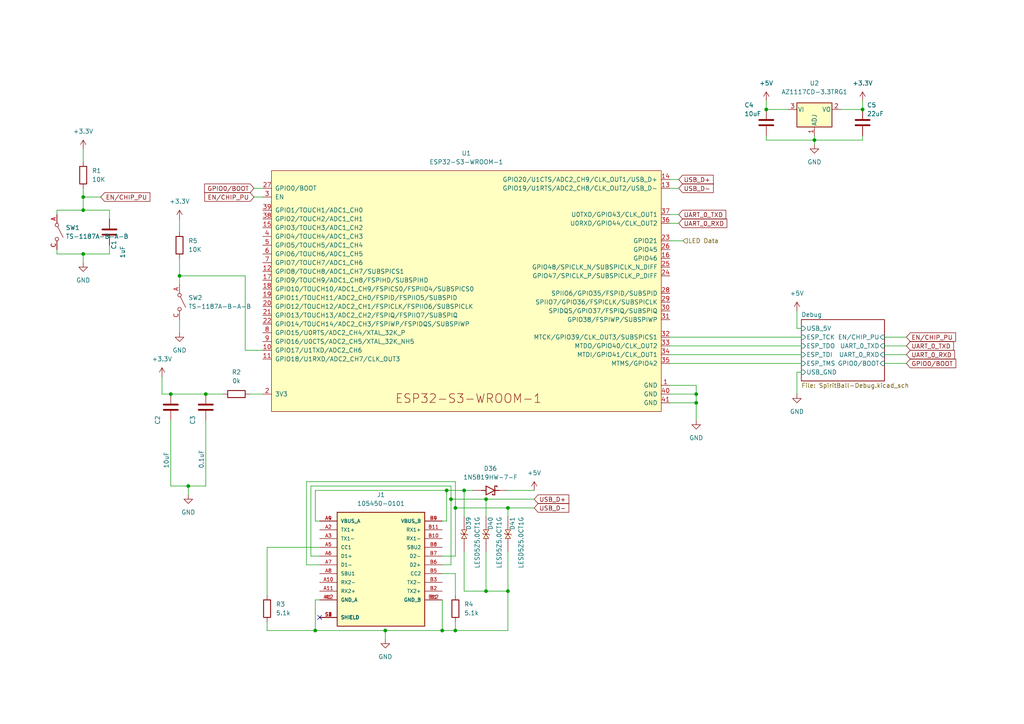
<source format=kicad_sch>
(kicad_sch (version 20211123) (generator eeschema)
  (paper "A4")
  (lib_symbols
    (symbol "Device:C" (pin_numbers hide) (pin_names (offset 0.254))
      (property "Reference" "C" (at 0.635 2.54 0))
      (property "Value" "C" (at 0.635 -2.54 0))
      (symbol "C_0_1"
        (polyline (pts (xy -2.032 -0.762) (xy 2.032 -0.762)) (stroke (width 0.508)))
        (polyline (pts (xy -2.032 0.762) (xy 2.032 0.762)) (stroke (width 0.508)))
      )
      (symbol "C_1_1"
        (pin passive line (at 0 3.81 270) (length 2.794) (name "~") (number "1"))
        (pin passive line (at 0 -3.81 90) (length 2.794) (name "~") (number "2"))
      )
    )
    (symbol "Device:R" (pin_numbers hide) (pin_names (offset 0))
      (property "Reference" "R" (at 2.032 0 90))
      (property "Value" "R" (at 0 0 90))
      (symbol "R_0_1"
        (rectangle (start -1.016 -2.54) (end 1.016 2.54) (stroke (width 0.254)))
      )
      (symbol "R_1_1"
        (pin passive line (at 0 3.81 270) (length 1.27) (name "~") (number "1"))
        (pin passive line (at 0 -3.81 90) (length 1.27) (name "~") (number "2"))
      )
    )
    (symbol "MCU_Espressif_github:ESP32-S3-WROOM-1" (pin_names (offset 1.016))
      (property "Reference" "U" (at 0 35.56 0))
      (property "Value" "ESP32-S3-WROOM-1" (at 0 -36.83 0))
      (symbol "ESP32-S3-WROOM-1_0_0"
        (rectangle (start -57.15 34.29) (end 55.88 -35.56) (fill (type background)))
        (text "ESP32-S3-WROOM-1" (at 0 -31.75 0) (effects (font (size 2.54 2.54))))
        (pin power_in line (at 58.42 -27.94 180) (length 2.54) (name "GND") (number "1"))
        (pin bidirectional line (at -59.69 -17.78 0) (length 2.54) (name "GPIO17/U1TXD/ADC2_CH6") (number "10"))
        (pin bidirectional line (at -59.69 -20.32 0) (length 2.54) (name "GPIO18/U1RXD/ADC2_CH7/CLK_OUT3") (number "11"))
        (pin bidirectional line (at -59.69 5.08 0) (length 2.54) (name "GPIO8/TOUCH8/ADC1_CH7/SUBSPICS1") (number "12"))
        (pin bidirectional line (at 58.42 29.21 180) (length 2.54) (name "GPIO19/U1RTS/ADC2_CH8/CLK_OUT2/USB_D-") (number "13"))
        (pin bidirectional line (at 58.42 31.75 180) (length 2.54) (name "GPIO20/U1CTS/ADC2_CH9/CLK_OUT1/USB_D+") (number "14"))
        (pin bidirectional line (at -59.69 17.78 0) (length 2.54) (name "GPIO3/TOUCH3/ADC1_CH2") (number "15"))
        (pin bidirectional line (at 58.42 8.89 180) (length 2.54) (name "GPIO46") (number "16"))
        (pin bidirectional line (at -59.69 2.54 0) (length 2.54) (name "GPIO9/TOUCH9/ADC1_CH8/FSPIHD/SUBSPIHD") (number "17"))
        (pin bidirectional line (at -59.69 0 0) (length 2.54) (name "GPIO10/TOUCH10/ADC1_CH9/FSPICS0/FSPIIO4/SUBSPICS0") (number "18"))
        (pin bidirectional line (at -59.69 -2.54 0) (length 2.54) (name "GPIO11/TOUCH11/ADC2_CH0/FSPID/FSPIIO5/SUBSPID") (number "19"))
        (pin power_in line (at -59.69 -30.48 0) (length 2.54) (name "3V3") (number "2"))
        (pin bidirectional line (at -59.69 -5.08 0) (length 2.54) (name "GPIO12/TOUCH12/ADC2_CH1/FSPICLK/FSPIIO6/SUBSPICLK") (number "20"))
        (pin bidirectional line (at -59.69 -7.62 0) (length 2.54) (name "GPIO13/TOUCH13/ADC2_CH2/FSPIQ/FSPIIO7/SUBSPIQ") (number "21"))
        (pin bidirectional line (at -59.69 -10.16 0) (length 2.54) (name "GPIO14/TOUCH14/ADC2_CH3/FSPIWP/FSPIDQS/SUBSPIWP") (number "22"))
        (pin bidirectional line (at 58.42 13.97 180) (length 2.54) (name "GPIO21") (number "23"))
        (pin bidirectional line (at 58.42 3.81 180) (length 2.54) (name "GPIO47/SPICLK_P/SUBSPICLK_P_DIFF") (number "24"))
        (pin bidirectional line (at 58.42 6.35 180) (length 2.54) (name "GPIO48/SPICLK_N/SUBSPICLK_N_DIFF") (number "25"))
        (pin bidirectional line (at 58.42 11.43 180) (length 2.54) (name "GPIO45") (number "26"))
        (pin bidirectional line (at -59.69 29.21 0) (length 2.54) (name "GPIO0/BOOT") (number "27"))
        (pin bidirectional line (at 58.42 -1.27 180) (length 2.54) (name "SPIIO6/GPIO35/FSPID/SUBSPID") (number "28"))
        (pin bidirectional line (at 58.42 -3.81 180) (length 2.54) (name "SPIIO7/GPIO36/FSPICLK/SUBSPICLK") (number "29"))
        (pin input line (at -59.69 26.67 0) (length 2.54) (name "EN") (number "3"))
        (pin bidirectional line (at 58.42 -6.35 180) (length 2.54) (name "SPIDQS/GPIO37/FSPIQ/SUBSPIQ") (number "30"))
        (pin bidirectional line (at 58.42 -8.89 180) (length 2.54) (name "GPIO38/FSPIWP/SUBSPIWP") (number "31"))
        (pin bidirectional line (at 58.42 -13.97 180) (length 2.54) (name "MTCK/GPIO39/CLK_OUT3/SUBSPICS1") (number "32"))
        (pin bidirectional line (at 58.42 -16.51 180) (length 2.54) (name "MTDO/GPIO40/CLK_OUT2") (number "33"))
        (pin bidirectional line (at 58.42 -19.05 180) (length 2.54) (name "MTDI/GPIO41/CLK_OUT1") (number "34"))
        (pin bidirectional line (at 58.42 -21.59 180) (length 2.54) (name "MTMS/GPIO42") (number "35"))
        (pin bidirectional line (at 58.42 19.05 180) (length 2.54) (name "U0RXD/GPIO44/CLK_OUT2") (number "36"))
        (pin bidirectional line (at 58.42 21.59 180) (length 2.54) (name "U0TXD/GPIO43/CLK_OUT1") (number "37"))
        (pin bidirectional line (at -59.69 20.32 0) (length 2.54) (name "GPIO2/TOUCH2/ADC1_CH1") (number "38"))
        (pin bidirectional line (at -59.69 22.86 0) (length 2.54) (name "GPIO1/TOUCH1/ADC1_CH0") (number "39"))
        (pin bidirectional line (at -59.69 15.24 0) (length 2.54) (name "GPIO4/TOUCH4/ADC1_CH3") (number "4"))
        (pin power_in line (at 58.42 -30.48 180) (length 2.54) (name "GND") (number "40"))
        (pin power_in line (at 58.42 -33.02 180) (length 2.54) (name "GND") (number "41"))
        (pin bidirectional line (at -59.69 12.7 0) (length 2.54) (name "GPIO5/TOUCH5/ADC1_CH4") (number "5"))
        (pin bidirectional line (at -59.69 10.16 0) (length 2.54) (name "GPIO6/TOUCH6/ADC1_CH5") (number "6"))
        (pin bidirectional line (at -59.69 7.62 0) (length 2.54) (name "GPIO7/TOUCH7/ADC1_CH6") (number "7"))
        (pin bidirectional line (at -59.69 -12.7 0) (length 2.54) (name "GPIO15/U0RTS/ADC2_CH4/XTAL_32K_P") (number "8"))
        (pin bidirectional line (at -59.69 -15.24 0) (length 2.54) (name "GPIO16/U0CTS/ADC2_CH5/XTAL_32K_NH5") (number "9"))
      )
    )
    (symbol "MyParts:105450-0101" (pin_names (offset 1.016))
      (property "Reference" "J" (at -12.7 16.002 0))
      (property "Value" "105450-0101" (at -12.7 -18.542 0))
      (symbol "105450-0101_0_0"
        (rectangle (start -12.7 -17.78) (end 12.7 15.24) (stroke (width 0.254)) (fill (type background)))
        (pin power_in line (at -17.78 -10.16 0) (length 5.08) (name "GND_A") (number "A1"))
        (pin bidirectional line (at -17.78 -5.08 0) (length 5.08) (name "RX2-") (number "A10"))
        (pin bidirectional line (at -17.78 -7.62 0) (length 5.08) (name "RX2+") (number "A11"))
        (pin power_in line (at -17.78 -10.16 0) (length 5.08) (name "GND_A") (number "A12"))
        (pin bidirectional line (at -17.78 10.16 0) (length 5.08) (name "TX1+") (number "A2"))
        (pin bidirectional line (at -17.78 7.62 0) (length 5.08) (name "TX1-") (number "A3"))
        (pin power_in line (at -17.78 12.7 0) (length 5.08) (name "VBUS_A") (number "A4"))
        (pin bidirectional line (at -17.78 5.08 0) (length 5.08) (name "CC1") (number "A5"))
        (pin bidirectional line (at -17.78 2.54 0) (length 5.08) (name "D1+") (number "A6"))
        (pin bidirectional line (at -17.78 0 0) (length 5.08) (name "D1-") (number "A7"))
        (pin bidirectional line (at -17.78 -2.54 0) (length 5.08) (name "SBU1") (number "A8"))
        (pin power_in line (at -17.78 12.7 0) (length 5.08) (name "VBUS_A") (number "A9"))
        (pin power_in line (at 17.78 -10.16 180) (length 5.08) (name "GND_B") (number "B1"))
        (pin bidirectional line (at 17.78 7.62 180) (length 5.08) (name "RX1-") (number "B10"))
        (pin bidirectional line (at 17.78 10.16 180) (length 5.08) (name "RX1+") (number "B11"))
        (pin power_in line (at 17.78 -10.16 180) (length 5.08) (name "GND_B") (number "B12"))
        (pin bidirectional line (at 17.78 -7.62 180) (length 5.08) (name "TX2+") (number "B2"))
        (pin bidirectional line (at 17.78 -5.08 180) (length 5.08) (name "TX2-") (number "B3"))
        (pin power_in line (at 17.78 12.7 180) (length 5.08) (name "VBUS_B") (number "B4"))
        (pin bidirectional line (at 17.78 -2.54 180) (length 5.08) (name "CC2") (number "B5"))
        (pin bidirectional line (at 17.78 0 180) (length 5.08) (name "D2+") (number "B6"))
        (pin bidirectional line (at 17.78 2.54 180) (length 5.08) (name "D2-") (number "B7"))
        (pin bidirectional line (at 17.78 5.08 180) (length 5.08) (name "SBU2") (number "B8"))
        (pin power_in line (at 17.78 12.7 180) (length 5.08) (name "VBUS_B") (number "B9"))
        (pin passive line (at -17.78 -15.24 0) (length 5.08) (name "SHIELD") (number "S1"))
        (pin passive line (at -17.78 -15.24 0) (length 5.08) (name "SHIELD") (number "S2"))
        (pin passive line (at -17.78 -15.24 0) (length 5.08) (name "SHIELD") (number "S3"))
        (pin passive line (at -17.78 -15.24 0) (length 5.08) (name "SHIELD") (number "S4"))
      )
    )
    (symbol "MyParts:1N5819HW-7-F" (pin_numbers hide) (pin_names (offset 1.016) hide)
      (property "Reference" "D" (at -5.08 2.54 0))
      (property "Value" "1N5819HW-7-F" (at -5.08 -3.81 0))
      (symbol "1N5819HW-7-F_0_0"
        (polyline (pts (xy -2.54 0) (xy -1.27 0)) (stroke (width 0.254)))
        (polyline (pts (xy -1.27 -1.27) (xy 1.27 0)) (stroke (width 0.254)))
        (polyline (pts (xy -1.27 0) (xy -1.27 -1.27)) (stroke (width 0.254)))
        (polyline (pts (xy -1.27 1.27) (xy -1.27 0)) (stroke (width 0.254)))
        (polyline (pts (xy 0.635 -1.016) (xy 0.635 -1.27)) (stroke (width 0.254)))
        (polyline (pts (xy 1.27 -1.27) (xy 0.635 -1.27)) (stroke (width 0.254)))
        (polyline (pts (xy 1.27 0) (xy -1.27 1.27)) (stroke (width 0.254)))
        (polyline (pts (xy 1.27 0) (xy 1.27 -1.27)) (stroke (width 0.254)))
        (polyline (pts (xy 1.27 1.27) (xy 1.27 0)) (stroke (width 0.254)))
        (polyline (pts (xy 1.905 1.27) (xy 1.27 1.27)) (stroke (width 0.254)))
        (polyline (pts (xy 1.905 1.27) (xy 1.905 1.016)) (stroke (width 0.254)))
        (polyline (pts (xy 2.54 0) (xy 1.27 0)) (stroke (width 0.254)))
        (pin passive line (at 5.08 0 180) (length 2.54) (name "~") (number "1"))
        (pin passive line (at -5.08 0 0) (length 2.54) (name "~") (number "2"))
      )
    )
    (symbol "MyParts:AZ1117CD-3.3TRG1" (pin_names (offset 0.254))
      (property "Reference" "U" (at -3.81 3.175 0))
      (property "Value" "AZ1117CD-3.3TRG1" (at 0 3.175 0))
      (symbol "AZ1117CD-3.3TRG1_0_1"
        (rectangle (start -5.08 1.905) (end 5.08 -5.08) (stroke (width 0.254)) (fill (type background)))
      )
      (symbol "AZ1117CD-3.3TRG1_1_1"
        (pin input line (at 0 -7.62 90) (length 2.54) (name "ADJ") (number "1"))
        (pin power_out line (at 7.62 0 180) (length 2.54) (name "VO") (number "2"))
        (pin power_in line (at -7.62 0 0) (length 2.54) (name "VI") (number "3"))
      )
    )
    (symbol "MyParts:LESD5Z5.0CT1G" (pin_numbers hide) (pin_names (offset 1.016) hide)
      (property "Reference" "D" (at -5.08 2.54 0))
      (property "Value" "LESD5Z5.0CT1G" (at -5.08 -5.08 0))
      (symbol "LESD5Z5.0CT1G_0_0"
        (polyline (pts (xy -1.27 0) (xy -2.54 0)) (stroke (width 0.1524)))
        (polyline (pts (xy 0 -0.762) (xy -0.254 -1.016)) (stroke (width 0.1524)))
        (polyline (pts (xy 0 -0.762) (xy 0 0.762)) (stroke (width 0.1524)))
        (polyline (pts (xy 0 0.762) (xy 0.254 1.016)) (stroke (width 0.1524)))
        (polyline (pts (xy 1.27 0) (xy 2.54 0)) (stroke (width 0.1524)))
        (polyline (pts (xy 0 0) (xy -1.27 -0.762) (xy -1.27 0.762) (xy 0 0)) (stroke (width 0.1524)) (fill (type background)))
        (polyline (pts (xy 0 0) (xy 1.27 0.762) (xy 1.27 -0.762) (xy 0 0)) (stroke (width 0.1524)) (fill (type background)))
        (pin passive line (at -5.08 0 0) (length 2.54) (name "~") (number "1"))
        (pin passive line (at 5.08 0 180) (length 2.54) (name "~") (number "2"))
      )
    )
    (symbol "TS-1187A-B-A-B_1" (pin_names (offset 0) hide)
      (property "Reference" "SW" (at 0 3.175 0))
      (property "Value" "TS-1187A-B-A-B_1" (at 0 -2.54 0))
      (symbol "TS-1187A-B-A-B_1_0_0"
        (circle (center -2.032 0) (radius 0.508))
        (polyline (pts (xy -1.524 0.254) (xy 1.524 1.778)))
        (circle (center 2.032 0) (radius 0.508))
      )
      (symbol "TS-1187A-B-A-B_1_1_1"
        (pin passive line (at -5.08 0 0) (length 2.54) (name "A") (number "A"))
        (pin passive line (at -5.08 0 0) (length 2.54) hide (name "B") (number "B"))
        (pin passive line (at 5.08 0 180) (length 2.54) (name "C") (number "C"))
        (pin passive line (at 5.08 0 180) (length 2.54) hide (name "D") (number "D"))
      )
    )
    (symbol "power:+3.3V" (power) (pin_names (offset 0))
      (property "Value" "+3.3V" (at 0 3.556 0))
      (symbol "+3.3V_0_1"
        (polyline (pts (xy -0.762 1.27) (xy 0 2.54)))
        (polyline (pts (xy 0 0) (xy 0 2.54)))
        (polyline (pts (xy 0 2.54) (xy 0.762 1.27)))
      )
      (symbol "+3.3V_1_1"
        (pin power_in line (at 0 0 90) (length 0) hide (name "+3.3V") (number "1"))
      )
    )
    (symbol "power:+5V" (power) (pin_names (offset 0))
      (property "Value" "+5V" (at 0 3.556 0))
      (symbol "+5V_0_1"
        (polyline (pts (xy -0.762 1.27) (xy 0 2.54)))
        (polyline (pts (xy 0 0) (xy 0 2.54)))
        (polyline (pts (xy 0 2.54) (xy 0.762 1.27)))
      )
      (symbol "+5V_1_1"
        (pin power_in line (at 0 0 90) (length 0) hide (name "+5V") (number "1"))
      )
    )
    (symbol "power:GND" (power) (pin_names (offset 0))
      (property "Value" "GND" (at 0 -3.81 0))
      (symbol "GND_0_1"
        (polyline (pts (xy 0 0) (xy 0 -1.27) (xy 1.27 -1.27) (xy 0 -2.54) (xy -1.27 -1.27) (xy 0 -1.27)))
      )
      (symbol "GND_1_1"
        (pin power_in line (at 0 0 270) (length 0) hide (name "GND") (number "1"))
      )
    )
  )
  (junction (at 59.69 114.3))
  (junction (at 49.53 114.3))
  (junction (at 222.25 31.75))
  (junction (at 250.19 31.75))
  (junction (at 140.97 144.78))
  (junction (at 132.08 182.88))
  (junction (at 129.54 142.24))
  (junction (at 132.08 147.32))
  (junction (at 201.93 114.3))
  (junction (at 147.32 171.45))
  (junction (at 147.32 147.32))
  (junction (at 24.13 73.66))
  (junction (at 134.62 142.24))
  (junction (at 52.07 80.01))
  (junction (at 201.93 116.84))
  (junction (at 24.13 57.15))
  (junction (at 130.81 144.78))
  (junction (at 140.97 171.45))
  (junction (at 111.76 182.88))
  (junction (at 236.22 40.64))
  (junction (at 24.13 60.96))
  (junction (at 54.61 140.97))
  (junction (at 91.44 182.88))
  (junction (at 128.27 182.88))
  (no_connect (at 92.71 179.07))
  (wire (pts (xy 194.31 111.76) (xy 201.93 111.76)))
  (wire (pts (xy 201.93 116.84) (xy 201.93 121.92)))
  (wire (pts (xy 140.97 160.02) (xy 140.97 171.45)))
  (wire (pts (xy 194.31 62.23) (xy 196.85 62.23)))
  (wire (pts (xy 77.47 180.34) (xy 77.47 182.88)))
  (wire (pts (xy 31.75 60.96) (xy 31.75 63.5)))
  (wire (pts (xy 16.51 73.66) (xy 24.13 73.66)))
  (wire (pts (xy 231.14 95.25) (xy 232.41 95.25)))
  (wire (pts (xy 90.17 161.29) (xy 90.17 140.97)))
  (wire (pts (xy 49.53 114.3) (xy 59.69 114.3)))
  (wire (pts (xy 140.97 171.45) (xy 147.32 171.45)))
  (wire (pts (xy 201.93 114.3) (xy 201.93 116.84)))
  (wire (pts (xy 54.61 140.97) (xy 54.61 143.51)))
  (wire (pts (xy 132.08 180.34) (xy 132.08 182.88)))
  (wire (pts (xy 16.51 60.96) (xy 24.13 60.96)))
  (wire (pts (xy 49.53 121.92) (xy 49.53 140.97)))
  (wire (pts (xy 52.07 92.71) (xy 52.07 96.52)))
  (wire (pts (xy 231.14 107.95) (xy 232.41 107.95)))
  (wire (pts (xy 130.81 163.83) (xy 128.27 163.83)))
  (wire (pts (xy 132.08 161.29) (xy 128.27 161.29)))
  (wire (pts (xy 92.71 158.75) (xy 77.47 158.75)))
  (wire (pts (xy 77.47 158.75) (xy 77.47 172.72)))
  (wire (pts (xy 130.81 144.78) (xy 140.97 144.78)))
  (wire (pts (xy 132.08 182.88) (xy 147.32 182.88)))
  (wire (pts (xy 134.62 160.02) (xy 134.62 171.45)))
  (wire (pts (xy 52.07 63.5) (xy 52.07 67.31)))
  (wire (pts (xy 134.62 142.24) (xy 137.16 142.24)))
  (wire (pts (xy 90.17 140.97) (xy 130.81 140.97)))
  (wire (pts (xy 222.25 29.21) (xy 222.25 31.75)))
  (wire (pts (xy 52.07 80.01) (xy 71.12 80.01)))
  (wire (pts (xy 132.08 147.32) (xy 132.08 161.29)))
  (wire (pts (xy 92.71 163.83) (xy 88.9 163.83)))
  (wire (pts (xy 231.14 90.17) (xy 231.14 95.25)))
  (wire (pts (xy 111.76 182.88) (xy 91.44 182.88)))
  (wire (pts (xy 134.62 142.24) (xy 134.62 149.86)))
  (wire (pts (xy 132.08 147.32) (xy 147.32 147.32)))
  (wire (pts (xy 24.13 57.15) (xy 29.21 57.15)))
  (wire (pts (xy 140.97 144.78) (xy 140.97 149.86)))
  (wire (pts (xy 147.32 147.32) (xy 154.94 147.32)))
  (wire (pts (xy 250.19 31.75) (xy 243.84 31.75)))
  (wire (pts (xy 24.13 57.15) (xy 24.13 60.96)))
  (wire (pts (xy 73.66 57.15) (xy 76.2 57.15)))
  (wire (pts (xy 250.19 39.37) (xy 250.19 40.64)))
  (wire (pts (xy 194.31 54.61) (xy 196.85 54.61)))
  (wire (pts (xy 222.25 40.64) (xy 236.22 40.64)))
  (wire (pts (xy 24.13 43.18) (xy 24.13 46.99)))
  (wire (pts (xy 147.32 171.45) (xy 147.32 160.02)))
  (wire (pts (xy 46.99 114.3) (xy 46.99 109.22)))
  (wire (pts (xy 132.08 139.7) (xy 132.08 147.32)))
  (wire (pts (xy 147.32 142.24) (xy 154.94 142.24)))
  (wire (pts (xy 194.31 116.84) (xy 201.93 116.84)))
  (wire (pts (xy 49.53 114.3) (xy 46.99 114.3)))
  (wire (pts (xy 130.81 140.97) (xy 130.81 144.78)))
  (wire (pts (xy 31.75 73.66) (xy 24.13 73.66)))
  (wire (pts (xy 222.25 39.37) (xy 222.25 40.64)))
  (wire (pts (xy 194.31 52.07) (xy 196.85 52.07)))
  (wire (pts (xy 140.97 144.78) (xy 154.94 144.78)))
  (wire (pts (xy 231.14 107.95) (xy 231.14 114.3)))
  (wire (pts (xy 91.44 151.13) (xy 91.44 142.24)))
  (wire (pts (xy 71.12 80.01) (xy 71.12 101.6)))
  (wire (pts (xy 91.44 151.13) (xy 92.71 151.13)))
  (wire (pts (xy 194.31 114.3) (xy 201.93 114.3)))
  (wire (pts (xy 92.71 161.29) (xy 90.17 161.29)))
  (wire (pts (xy 91.44 142.24) (xy 129.54 142.24)))
  (wire (pts (xy 52.07 74.93) (xy 52.07 80.01)))
  (wire (pts (xy 71.12 101.6) (xy 76.2 101.6)))
  (wire (pts (xy 236.22 39.37) (xy 236.22 40.64)))
  (wire (pts (xy 130.81 144.78) (xy 130.81 163.83)))
  (wire (pts (xy 52.07 80.01) (xy 52.07 82.55)))
  (wire (pts (xy 128.27 166.37) (xy 132.08 166.37)))
  (wire (pts (xy 16.51 72.39) (xy 16.51 73.66)))
  (wire (pts (xy 250.19 29.21) (xy 250.19 31.75)))
  (wire (pts (xy 201.93 111.76) (xy 201.93 114.3)))
  (wire (pts (xy 132.08 166.37) (xy 132.08 172.72)))
  (wire (pts (xy 236.22 40.64) (xy 236.22 41.91)))
  (wire (pts (xy 88.9 139.7) (xy 132.08 139.7)))
  (wire (pts (xy 134.62 171.45) (xy 140.97 171.45)))
  (wire (pts (xy 194.31 97.79) (xy 232.41 97.79)))
  (wire (pts (xy 256.54 105.41) (xy 262.89 105.41)))
  (wire (pts (xy 88.9 163.83) (xy 88.9 139.7)))
  (wire (pts (xy 128.27 182.88) (xy 111.76 182.88)))
  (wire (pts (xy 222.25 31.75) (xy 228.6 31.75)))
  (wire (pts (xy 194.31 69.85) (xy 198.12 69.85)))
  (wire (pts (xy 24.13 73.66) (xy 24.13 76.2)))
  (wire (pts (xy 91.44 173.99) (xy 91.44 182.88)))
  (wire (pts (xy 256.54 97.79) (xy 262.89 97.79)))
  (wire (pts (xy 77.47 182.88) (xy 91.44 182.88)))
  (wire (pts (xy 129.54 151.13) (xy 128.27 151.13)))
  (wire (pts (xy 250.19 40.64) (xy 236.22 40.64)))
  (wire (pts (xy 129.54 142.24) (xy 129.54 151.13)))
  (wire (pts (xy 54.61 140.97) (xy 59.69 140.97)))
  (wire (pts (xy 194.31 105.41) (xy 232.41 105.41)))
  (wire (pts (xy 256.54 102.87) (xy 262.89 102.87)))
  (wire (pts (xy 129.54 142.24) (xy 134.62 142.24)))
  (wire (pts (xy 72.39 114.3) (xy 76.2 114.3)))
  (wire (pts (xy 147.32 147.32) (xy 147.32 149.86)))
  (wire (pts (xy 16.51 60.96) (xy 16.51 62.23)))
  (wire (pts (xy 49.53 140.97) (xy 54.61 140.97)))
  (wire (pts (xy 194.31 100.33) (xy 232.41 100.33)))
  (wire (pts (xy 73.66 54.61) (xy 76.2 54.61)))
  (wire (pts (xy 194.31 102.87) (xy 232.41 102.87)))
  (wire (pts (xy 59.69 114.3) (xy 64.77 114.3)))
  (wire (pts (xy 132.08 182.88) (xy 128.27 182.88)))
  (wire (pts (xy 59.69 140.97) (xy 59.69 121.92)))
  (wire (pts (xy 147.32 182.88) (xy 147.32 171.45)))
  (wire (pts (xy 92.71 173.99) (xy 91.44 173.99)))
  (wire (pts (xy 256.54 100.33) (xy 262.89 100.33)))
  (wire (pts (xy 128.27 173.99) (xy 128.27 182.88)))
  (wire (pts (xy 111.76 182.88) (xy 111.76 185.42)))
  (wire (pts (xy 194.31 64.77) (xy 196.85 64.77)))
  (wire (pts (xy 24.13 54.61) (xy 24.13 57.15)))
  (wire (pts (xy 24.13 60.96) (xy 31.75 60.96)))
  (wire (pts (xy 31.75 71.12) (xy 31.75 73.66)))
  (global_label "UART_0_TXD" (shape input) (at 196.85 62.23 0) (property "Intersheet References" "${INTERSHEET_REFS}" (effects hide)))
  (global_label "EN{slash}CHIP_PU" (shape input) (at 29.21 57.15 0) (property "Intersheet References" "${INTERSHEET_REFS}" (effects hide)))
  (global_label "GPIO0{slash}BOOT" (shape input) (at 73.66 54.61 180) (property "Intersheet References" "${INTERSHEET_REFS}" (effects hide)))
  (global_label "USB_D+" (shape input) (at 154.94 144.78 0) (property "Intersheet References" "${INTERSHEET_REFS}" (effects hide)))
  (global_label "EN{slash}CHIP_PU" (shape input) (at 73.66 57.15 180) (property "Intersheet References" "${INTERSHEET_REFS}" (effects hide)))
  (global_label "USB_D+" (shape input) (at 196.85 52.07 0) (property "Intersheet References" "${INTERSHEET_REFS}" (effects hide)))
  (global_label "USB_D-" (shape input) (at 154.94 147.32 0) (property "Intersheet References" "${INTERSHEET_REFS}" (effects hide)))
  (global_label "UART_0_RXD" (shape input) (at 262.89 102.87 0) (property "Intersheet References" "${INTERSHEET_REFS}" (effects hide)))
  (global_label "GPIO0{slash}BOOT" (shape input) (at 262.89 105.41 0) (property "Intersheet References" "${INTERSHEET_REFS}" (effects hide)))
  (global_label "UART_0_RXD" (shape input) (at 196.85 64.77 0) (property "Intersheet References" "${INTERSHEET_REFS}" (effects hide)))
  (global_label "UART_0_TXD" (shape input) (at 262.89 100.33 0) (property "Intersheet References" "${INTERSHEET_REFS}" (effects hide)))
  (global_label "USB_D-" (shape input) (at 196.85 54.61 0) (property "Intersheet References" "${INTERSHEET_REFS}" (effects hide)))
  (global_label "EN{slash}CHIP_PU" (shape input) (at 262.89 97.79 0) (property "Intersheet References" "${INTERSHEET_REFS}" (effects hide)))
  (hierarchical_label "LED Data" (shape input) (at 198.12 69.85 0))
  (symbol (lib_id "Device:R") (at 24.13 50.8 180) (unit 1)
    (property "Reference" "R1" (at 26.67 49.5299 0) (effects (justify right)))
    (property "Value" "10K" (at 26.67 52.0699 0) (effects (justify right)))
    (property "Footprint" "Resistor_SMD:R_0402_1005Metric" (effects hide))
  )
  (symbol (lib_id "power:+3.3V") (at 46.99 109.22 0) (unit 1)
    (property "Reference" "#PWR03" (effects hide))
    (property "Value" "+3.3V" (at 46.99 104.14 0))
  )
  (symbol (lib_id "Device:R") (at 132.08 176.53 180) (unit 1)
    (property "Reference" "R4" (at 134.62 175.2599 0) (effects (justify right)))
    (property "Value" "5.1k" (at 134.62 177.7999 0) (effects (justify right)))
    (property "Footprint" "Resistor_SMD:R_0402_1005Metric" (effects hide))
  )
  (symbol (lib_id "power:GND") (at 231.14 114.3 0) (unit 1)
    (property "Reference" "#PWR012" (effects hide))
    (property "Value" "GND" (at 231.14 119.38 0))
  )
  (symbol (lib_id "power:GND") (at 52.07 96.52 0) (unit 1)
    (property "Reference" "#PWR016" (effects hide))
    (property "Value" "GND" (at 52.07 101.6 0))
  )
  (symbol (lib_id "power:GND") (at 24.13 76.2 0) (unit 1)
    (property "Reference" "#PWR05" (effects hide))
    (property "Value" "GND" (at 24.13 81.28 0))
  )
  (symbol (lib_id "power:+5V") (at 222.25 29.21 0) (unit 1)
    (property "Reference" "#PWR010" (effects hide))
    (property "Value" "+5V" (at 222.25 24.13 0))
  )
  (symbol (lib_id "power:+3.3V") (at 24.13 43.18 0) (unit 1)
    (property "Reference" "#PWR04" (effects hide))
    (property "Value" "+3.3V" (at 24.13 38.1 0))
  )
  (symbol (lib_id "power:+3.3V") (at 52.07 63.5 0) (unit 1)
    (property "Reference" "#PWR015" (effects hide))
    (property "Value" "+3.3V" (at 52.07 58.42 0))
  )
  (symbol (lib_id "Device:C") (at 59.69 118.11 0) (unit 1)
    (property "Reference" "C3" (at 55.88 123.19 90) (effects (justify left)))
    (property "Value" "0.1uF" (at 58.42 135.89 90) (effects (justify left)))
    (property "Footprint" "Capacitor_SMD:C_0402_1005Metric" (effects hide))
  )
  (symbol (lib_id "Device:R") (at 52.07 71.12 180) (unit 1)
    (property "Reference" "R5" (at 54.61 69.8499 0) (effects (justify right)))
    (property "Value" "10K" (at 54.61 72.3899 0) (effects (justify right)))
    (property "Footprint" "Resistor_SMD:R_0402_1005Metric" (effects hide))
  )
  (symbol (lib_id "MCU_Espressif_github:ESP32-S3-WROOM-1") (at 135.89 83.82 0) (unit 1)
    (property "Reference" "U1" (at 135.255 44.45 0))
    (property "Value" "ESP32-S3-WROOM-1" (at 135.255 46.99 0))
    (property "Footprint" "MCU_Espressif:ESP32-S3-WROOM-1" (effects hide))
    (property "Datasheet" "https://www.espressif.com/sites/default/files/documentation/esp32-s3-wroom-1_wroom-1u_datasheet_en.pdf" (effects hide))
  )
  (symbol (lib_id "power:GND") (at 236.22 41.91 0) (unit 1)
    (property "Reference" "#PWR013" (effects hide))
    (property "Value" "GND" (at 236.22 46.99 0))
  )
  (symbol (lib_id "power:+5V") (at 154.94 142.24 0) (unit 1)
    (property "Reference" "#PWR09" (effects hide))
    (property "Value" "+5V" (at 154.94 137.16 0))
  )
  (symbol (lib_id "Device:C") (at 49.53 118.11 0) (unit 1)
    (property "Reference" "C2" (at 45.72 123.19 90) (effects (justify left)))
    (property "Value" "10uF" (at 48.26 135.89 90) (effects (justify left)))
    (property "Footprint" "Capacitor_SMD:C_0402_1005Metric" (effects hide))
  )
  (symbol (lib_id "Device:C") (at 222.25 35.56 0) (unit 1)
    (property "Reference" "C4" (at 215.9 30.48 0) (effects (justify left)))
    (property "Value" "10uF" (at 215.9 33.02 0) (effects (justify left)))
    (property "Footprint" "Capacitor_SMD:C_0402_1005Metric" (effects hide))
  )
  (symbol (lib_id "MyParts:AZ1117CD-3.3TRG1") (at 236.22 31.75 0) (unit 1)
    (property "Reference" "U2" (at 236.22 24.13 0))
    (property "Value" "AZ1117CD-3.3TRG1" (at 236.22 26.67 0))
    (property "Footprint" "Package_TO_SOT_SMD:TO-252-2" (effects hide))
    (property "Datasheet" "https://datasheet.lcsc.com/lcsc/1912111437_Diodes-Incorporated-AZ1117CD-3-3TRG1_C460427.pdf" (effects hide))
  )
  (symbol (lib_id "MyParts:LESD5Z5.0CT1G") (at 134.62 154.94 90) (unit 1)
    (property "Reference" "D39" (at 135.89 149.86 0) (effects (justify right)))
    (property "Value" "LESD5Z5.0CT1G" (at 138.43 149.86 0) (effects (justify right)))
    (property "Footprint" "Diode_SMD:D_SOD-523" (effects hide))
    (property "MANUFACTURER" "LRC" (effects hide))
    (property "PARTREV" "O" (effects hide))
    (property "MAXIMUM_PACKAGE_HEIGHT" "0.7 mm" (effects hide))
    (property "STANDARD" "Manufacturer Recommendations" (effects hide))
  )
  (symbol (lib_id "MyParts:1N5819HW-7-F") (at 142.24 142.24 0) (unit 1)
    (property "Reference" "D36" (at 142.24 135.89 0))
    (property "Value" "1N5819HW-7-F" (at 142.24 138.43 0))
    (property "Footprint" "Diode_SMD:D_SOD-123" (effects hide))
    (property "MANUFACTURER" "Diodes Inc." (effects hide))
    (property "PARTREV" "18-2" (effects hide))
    (property "STANDARD" "IPC-7351B" (effects hide))
  )
  (symbol (lib_id "Device:R") (at 77.47 176.53 180) (unit 1)
    (property "Reference" "R3" (at 80.01 175.2599 0) (effects (justify right)))
    (property "Value" "5.1k" (at 80.01 177.7999 0) (effects (justify right)))
    (property "Footprint" "Resistor_SMD:R_0402_1005Metric" (effects hide))
  )
  (symbol (lib_id "power:GND") (at 54.61 143.51 0) (unit 1)
    (property "Reference" "#PWR07" (effects hide))
    (property "Value" "GND" (at 54.61 148.59 0))
  )
  (symbol (lib_name "TS-1187A-B-A-B_1") (lib_id "MyParts:TS-1187A-B-A-B") (at 52.07 87.63 270) (unit 1)
    (property "Reference" "SW2" (at 54.61 86.3599 90) (effects (justify left)))
    (property "Value" "TS-1187A-B-A-B" (at 54.61 88.8999 90) (effects (justify left)))
    (property "Footprint" "MyParts:SW_TS-1187A-B-A-B" (effects hide))
  )
  (symbol (lib_id "Device:C") (at 31.75 67.31 0) (unit 1)
    (property "Reference" "C1" (at 33.02 72.39 90) (effects (justify left)))
    (property "Value" "1uF" (at 35.56 74.93 90) (effects (justify left)))
    (property "Footprint" "Capacitor_SMD:C_0402_1005Metric" (effects hide))
  )
  (symbol (lib_id "power:GND") (at 201.93 121.92 0) (unit 1)
    (property "Reference" "#PWR06" (effects hide))
    (property "Value" "GND" (at 201.93 127 0))
  )
  (symbol (lib_id "MyParts:LESD5Z5.0CT1G") (at 140.97 154.94 90) (unit 1)
    (property "Reference" "D40" (at 142.24 149.86 0) (effects (justify right)))
    (property "Value" "LESD5Z5.0CT1G" (at 144.78 149.86 0) (effects (justify right)))
    (property "Footprint" "Diode_SMD:D_SOD-523" (effects hide))
    (property "MANUFACTURER" "LRC" (effects hide))
    (property "PARTREV" "O" (effects hide))
    (property "MAXIMUM_PACKAGE_HEIGHT" "0.7 mm" (effects hide))
    (property "STANDARD" "Manufacturer Recommendations" (effects hide))
  )
  (symbol (lib_id "MyParts:105450-0101") (at 110.49 163.83 0) (unit 1)
    (property "Reference" "J1" (at 110.49 143.51 0))
    (property "Value" "105450-0101" (at 110.49 146.05 0))
    (property "Footprint" "MyParts:USB_C_MOLEX_105450-0101" (effects hide))
    (property "PARTREV" "A7" (effects hide))
    (property "STANDARD" "Manufacturer Recommendations" (effects hide))
    (property "MAXIMUM_PACKAGE_HEIGHT" "3.24mm" (effects hide))
    (property "MANUFACTURER" "Molex" (effects hide))
  )
  (symbol (lib_id "Device:C") (at 250.19 35.56 0) (unit 1)
    (property "Reference" "C5" (at 251.46 30.48 0) (effects (justify left)))
    (property "Value" "22uF" (at 251.46 33.02 0) (effects (justify left)))
    (property "Footprint" "Capacitor_SMD:C_0402_1005Metric" (effects hide))
  )
  (symbol (lib_id "power:+5V") (at 231.14 90.17 0) (unit 1)
    (property "Reference" "#PWR011" (effects hide))
    (property "Value" "+5V" (at 231.14 85.09 0))
  )
  (symbol (lib_id "power:GND") (at 111.76 185.42 0) (unit 1)
    (property "Reference" "#PWR08" (effects hide))
    (property "Value" "GND" (at 111.76 190.5 0))
  )
  (symbol (lib_name "TS-1187A-B-A-B_1") (lib_id "MyParts:TS-1187A-B-A-B") (at 16.51 67.31 270) (unit 1)
    (property "Reference" "SW1" (at 19.05 66.0399 90) (effects (justify left)))
    (property "Value" "TS-1187A-B-A-B" (at 19.05 68.5799 90) (effects (justify left)))
    (property "Footprint" "MyParts:SW_TS-1187A-B-A-B" (effects hide))
  )
  (symbol (lib_id "power:+3.3V") (at 250.19 29.21 0) (unit 1)
    (property "Reference" "#PWR014" (effects hide))
    (property "Value" "+3.3V" (at 250.19 24.13 0))
  )
  (symbol (lib_id "MyParts:LESD5Z5.0CT1G") (at 147.32 154.94 90) (unit 1)
    (property "Reference" "D41" (at 148.59 149.86 0) (effects (justify right)))
    (property "Value" "LESD5Z5.0CT1G" (at 151.13 149.86 0) (effects (justify right)))
    (property "Footprint" "Diode_SMD:D_SOD-523" (effects hide))
    (property "MANUFACTURER" "LRC" (effects hide))
    (property "PARTREV" "O" (effects hide))
    (property "MAXIMUM_PACKAGE_HEIGHT" "0.7 mm" (effects hide))
    (property "STANDARD" "Manufacturer Recommendations" (effects hide))
  )
  (symbol (lib_id "Device:R") (at 68.58 114.3 90) (unit 1)
    (property "Reference" "R2" (at 68.58 107.95 90))
    (property "Value" "0k" (at 68.58 110.49 90))
    (property "Footprint" "Resistor_SMD:R_0402_1005Metric" (effects hide))
  )
  (sheet (at 232.41 92.71) (size 24.13 17.78) (stroke (width 0.1524))
    (property "Sheet name" "Debug" (at 232.41 91.9984 0) (effects (justify left bottom)))
    (property "Sheet file" "SpiritBall-Debug.kicad_sch" (at 232.41 111.0746 0) (effects (justify left top)))
    (pin "USB_GND" input (at 232.41 107.95 180))
    (pin "USB_5V" input (at 232.41 95.25 180))
    (pin "ESP_TCK" input (at 232.41 97.79 180))
    (pin "ESP_TDO" input (at 232.41 100.33 180))
    (pin "ESP_TDI" input (at 232.41 102.87 180))
    (pin "ESP_TMS" input (at 232.41 105.41 180))
    (pin "EN{slash}CHIP_PU" input (at 256.54 97.79 0))
    (pin "UART_0_TXD" input (at 256.54 100.33 0))
    (pin "UART_0_RXD" input (at 256.54 102.87 0))
    (pin "GPIO0{slash}BOOT" input (at 256.54 105.41 0))
  )
)
</source>
